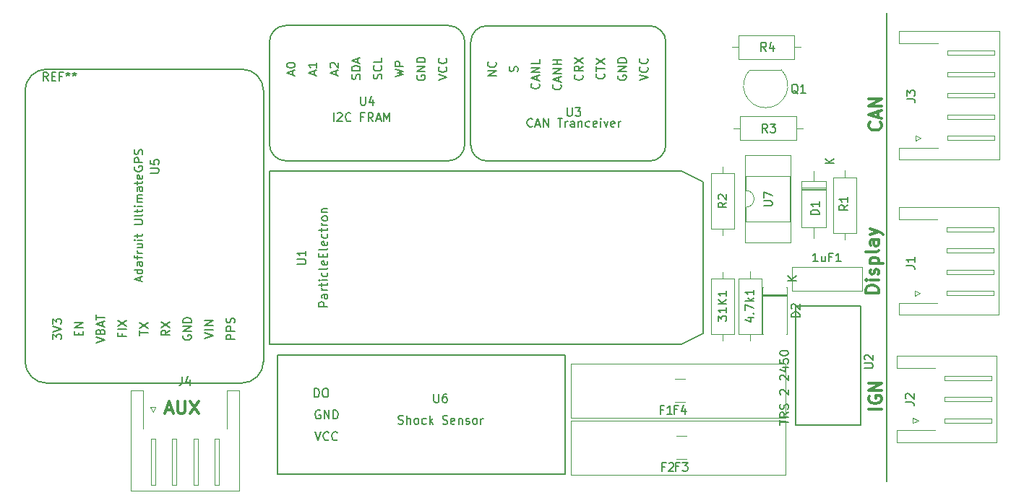
<source format=gbr>
%TF.GenerationSoftware,KiCad,Pcbnew,(5.0.2)-1*%
%TF.CreationDate,2019-09-06T13:10:14+02:00*%
%TF.ProjectId,Connected-OldtimerHardware,436f6e6e-6563-4746-9564-2d4f6c647469,rev?*%
%TF.SameCoordinates,Original*%
%TF.FileFunction,Legend,Top*%
%TF.FilePolarity,Positive*%
%FSLAX46Y46*%
G04 Gerber Fmt 4.6, Leading zero omitted, Abs format (unit mm)*
G04 Created by KiCad (PCBNEW (5.0.2)-1) date 06/09/2019 13:10:14*
%MOMM*%
%LPD*%
G01*
G04 APERTURE LIST*
%ADD10C,0.300000*%
%ADD11C,0.200000*%
%ADD12C,0.150000*%
%ADD13C,0.120000*%
G04 APERTURE END LIST*
D10*
X193803571Y-110260714D02*
X192303571Y-110260714D01*
X192375000Y-108760714D02*
X192303571Y-108903571D01*
X192303571Y-109117857D01*
X192375000Y-109332142D01*
X192517857Y-109475000D01*
X192660714Y-109546428D01*
X192946428Y-109617857D01*
X193160714Y-109617857D01*
X193446428Y-109546428D01*
X193589285Y-109475000D01*
X193732142Y-109332142D01*
X193803571Y-109117857D01*
X193803571Y-108975000D01*
X193732142Y-108760714D01*
X193660714Y-108689285D01*
X193160714Y-108689285D01*
X193160714Y-108975000D01*
X193803571Y-108046428D02*
X192303571Y-108046428D01*
X193803571Y-107189285D01*
X192303571Y-107189285D01*
X193453571Y-96603571D02*
X191953571Y-96603571D01*
X191953571Y-96246428D01*
X192025000Y-96032142D01*
X192167857Y-95889285D01*
X192310714Y-95817857D01*
X192596428Y-95746428D01*
X192810714Y-95746428D01*
X193096428Y-95817857D01*
X193239285Y-95889285D01*
X193382142Y-96032142D01*
X193453571Y-96246428D01*
X193453571Y-96603571D01*
X193453571Y-95103571D02*
X192453571Y-95103571D01*
X191953571Y-95103571D02*
X192025000Y-95175000D01*
X192096428Y-95103571D01*
X192025000Y-95032142D01*
X191953571Y-95103571D01*
X192096428Y-95103571D01*
X193382142Y-94460714D02*
X193453571Y-94317857D01*
X193453571Y-94032142D01*
X193382142Y-93889285D01*
X193239285Y-93817857D01*
X193167857Y-93817857D01*
X193025000Y-93889285D01*
X192953571Y-94032142D01*
X192953571Y-94246428D01*
X192882142Y-94389285D01*
X192739285Y-94460714D01*
X192667857Y-94460714D01*
X192525000Y-94389285D01*
X192453571Y-94246428D01*
X192453571Y-94032142D01*
X192525000Y-93889285D01*
X192453571Y-93175000D02*
X193953571Y-93175000D01*
X192525000Y-93175000D02*
X192453571Y-93032142D01*
X192453571Y-92746428D01*
X192525000Y-92603571D01*
X192596428Y-92532142D01*
X192739285Y-92460714D01*
X193167857Y-92460714D01*
X193310714Y-92532142D01*
X193382142Y-92603571D01*
X193453571Y-92746428D01*
X193453571Y-93032142D01*
X193382142Y-93175000D01*
X193453571Y-91603571D02*
X193382142Y-91746428D01*
X193239285Y-91817857D01*
X191953571Y-91817857D01*
X193453571Y-90389285D02*
X192667857Y-90389285D01*
X192525000Y-90460714D01*
X192453571Y-90603571D01*
X192453571Y-90889285D01*
X192525000Y-91032142D01*
X193382142Y-90389285D02*
X193453571Y-90532142D01*
X193453571Y-90889285D01*
X193382142Y-91032142D01*
X193239285Y-91103571D01*
X193096428Y-91103571D01*
X192953571Y-91032142D01*
X192882142Y-90889285D01*
X192882142Y-90532142D01*
X192810714Y-90389285D01*
X192453571Y-89817857D02*
X193453571Y-89460714D01*
X192453571Y-89103571D02*
X193453571Y-89460714D01*
X193810714Y-89603571D01*
X193882142Y-89675000D01*
X193953571Y-89817857D01*
X193660714Y-76614285D02*
X193732142Y-76685714D01*
X193803571Y-76900000D01*
X193803571Y-77042857D01*
X193732142Y-77257142D01*
X193589285Y-77400000D01*
X193446428Y-77471428D01*
X193160714Y-77542857D01*
X192946428Y-77542857D01*
X192660714Y-77471428D01*
X192517857Y-77400000D01*
X192375000Y-77257142D01*
X192303571Y-77042857D01*
X192303571Y-76900000D01*
X192375000Y-76685714D01*
X192446428Y-76614285D01*
X193375000Y-76042857D02*
X193375000Y-75328571D01*
X193803571Y-76185714D02*
X192303571Y-75685714D01*
X193803571Y-75185714D01*
X193803571Y-74685714D02*
X192303571Y-74685714D01*
X193803571Y-73828571D01*
X192303571Y-73828571D01*
X109992857Y-110375000D02*
X110707142Y-110375000D01*
X109850000Y-110803571D02*
X110350000Y-109303571D01*
X110850000Y-110803571D01*
X111350000Y-109303571D02*
X111350000Y-110517857D01*
X111421428Y-110660714D01*
X111492857Y-110732142D01*
X111635714Y-110803571D01*
X111921428Y-110803571D01*
X112064285Y-110732142D01*
X112135714Y-110660714D01*
X112207142Y-110517857D01*
X112207142Y-109303571D01*
X112778571Y-109303571D02*
X113778571Y-110803571D01*
X113778571Y-109303571D02*
X112778571Y-110803571D01*
D11*
X194400000Y-63750000D02*
X194400000Y-118750000D01*
D12*
X168537201Y-79253019D02*
X168537201Y-67188019D01*
X168537201Y-79253019D02*
G75*
G02X166632201Y-81158019I-1905000J0D01*
G01*
X147582201Y-81158019D02*
X166632201Y-81158019D01*
X145677201Y-79253019D02*
X145677201Y-67188019D01*
X147582201Y-81158019D02*
G75*
G02X145677201Y-79253019I0J1905000D01*
G01*
X145677201Y-67188019D02*
G75*
G02X147582201Y-65283019I1905000J0D01*
G01*
X166632201Y-65283019D02*
G75*
G02X168537201Y-67188019I0J-1905000D01*
G01*
X147582201Y-65283019D02*
X166632201Y-65283019D01*
D13*
X207610000Y-73450000D02*
X207610000Y-81010000D01*
X207610000Y-81010000D02*
X195890000Y-81010000D01*
X195890000Y-81010000D02*
X195890000Y-79590000D01*
X195890000Y-79590000D02*
X200390000Y-79590000D01*
X207610000Y-73450000D02*
X207610000Y-65890000D01*
X207610000Y-65890000D02*
X195890000Y-65890000D01*
X195890000Y-65890000D02*
X195890000Y-67310000D01*
X195890000Y-67310000D02*
X200390000Y-67310000D01*
X201500000Y-78700000D02*
X207000000Y-78700000D01*
X207000000Y-78700000D02*
X207000000Y-78200000D01*
X207000000Y-78200000D02*
X201500000Y-78200000D01*
X201500000Y-78200000D02*
X201500000Y-78700000D01*
X201500000Y-76200000D02*
X207000000Y-76200000D01*
X207000000Y-76200000D02*
X207000000Y-75700000D01*
X207000000Y-75700000D02*
X201500000Y-75700000D01*
X201500000Y-75700000D02*
X201500000Y-76200000D01*
X201500000Y-73700000D02*
X207000000Y-73700000D01*
X207000000Y-73700000D02*
X207000000Y-73200000D01*
X207000000Y-73200000D02*
X201500000Y-73200000D01*
X201500000Y-73200000D02*
X201500000Y-73700000D01*
X201500000Y-71200000D02*
X207000000Y-71200000D01*
X207000000Y-71200000D02*
X207000000Y-70700000D01*
X207000000Y-70700000D02*
X201500000Y-70700000D01*
X201500000Y-70700000D02*
X201500000Y-71200000D01*
X201500000Y-68700000D02*
X207000000Y-68700000D01*
X207000000Y-68700000D02*
X207000000Y-68200000D01*
X207000000Y-68200000D02*
X201500000Y-68200000D01*
X201500000Y-68200000D02*
X201500000Y-68700000D01*
X198400000Y-78450000D02*
X197800000Y-78750000D01*
X197800000Y-78750000D02*
X197800000Y-78150000D01*
X197800000Y-78150000D02*
X198400000Y-78450000D01*
D12*
X156735000Y-103950000D02*
X123080000Y-103950000D01*
X156735000Y-117920000D02*
X156735000Y-103950000D01*
X123080000Y-117920000D02*
X156735000Y-117920000D01*
X123080000Y-110935000D02*
X123080000Y-117920000D01*
X123080000Y-110935000D02*
X123080000Y-103950000D01*
D13*
X182528589Y-117941319D02*
X157428589Y-117941319D01*
X182528589Y-117941319D02*
X182528589Y-111641319D01*
X157428589Y-111641319D02*
X157428589Y-117941319D01*
X157428589Y-111641319D02*
X182528589Y-111641319D01*
D12*
X96000000Y-107200000D02*
X117590000Y-107200000D01*
X96000000Y-107200000D02*
G75*
G02X93460000Y-104660000I0J2540000D01*
G01*
X121400000Y-104660000D02*
G75*
G02X118860000Y-107200000I-2540000J0D01*
G01*
X117590000Y-107200000D02*
X118860000Y-107200000D01*
X121400000Y-104660000D02*
X121400000Y-81800000D01*
X118860000Y-70370000D02*
X96000000Y-70370000D01*
X93460000Y-72910000D02*
G75*
G02X96000000Y-70370000I2540000J0D01*
G01*
X118860000Y-70370000D02*
G75*
G02X121400000Y-72910000I0J-2540000D01*
G01*
X121400000Y-81800000D02*
X121400000Y-72910000D01*
X93460000Y-104660000D02*
X93460000Y-72910000D01*
X122100000Y-102660000D02*
X122100000Y-82340000D01*
X122100000Y-102660000D02*
X170360000Y-102660000D01*
X122100000Y-82340000D02*
X170360000Y-82340000D01*
X172900000Y-101390000D02*
X172900000Y-83610000D01*
X170360000Y-102660000D02*
X172900000Y-101390000D01*
X170360000Y-82340000D02*
X172900000Y-83610000D01*
D13*
X187323981Y-83522352D02*
X184383981Y-83522352D01*
X184383981Y-83522352D02*
X184383981Y-88962352D01*
X184383981Y-88962352D02*
X187323981Y-88962352D01*
X187323981Y-88962352D02*
X187323981Y-83522352D01*
X185853981Y-82302352D02*
X185853981Y-83522352D01*
X185853981Y-90182352D02*
X185853981Y-88962352D01*
X187323981Y-84422352D02*
X184383981Y-84422352D01*
X187323981Y-84542352D02*
X184383981Y-84542352D01*
X187323981Y-84302352D02*
X184383981Y-84302352D01*
X157450000Y-104950000D02*
X182550000Y-104950000D01*
X157450000Y-104950000D02*
X157450000Y-111250000D01*
X182550000Y-111250000D02*
X182550000Y-104950000D01*
X182550000Y-111250000D02*
X157450000Y-111250000D01*
X170993153Y-116151319D02*
X169789025Y-116151319D01*
X170993153Y-113431319D02*
X169789025Y-113431319D01*
X182030000Y-70450000D02*
X178430000Y-70450000D01*
X182068478Y-70461522D02*
G75*
G02X180230000Y-74900000I-1838478J-1838478D01*
G01*
X178391522Y-70461522D02*
G75*
G03X180230000Y-74900000I1838478J-1838478D01*
G01*
X189500000Y-82280000D02*
X189500000Y-83050000D01*
X189500000Y-90360000D02*
X189500000Y-89590000D01*
X188130000Y-83050000D02*
X188130000Y-89590000D01*
X190870000Y-83050000D02*
X188130000Y-83050000D01*
X190870000Y-89590000D02*
X190870000Y-83050000D01*
X188130000Y-89590000D02*
X190870000Y-89590000D01*
X173830000Y-89090000D02*
X176570000Y-89090000D01*
X176570000Y-89090000D02*
X176570000Y-82550000D01*
X176570000Y-82550000D02*
X173830000Y-82550000D01*
X173830000Y-82550000D02*
X173830000Y-89090000D01*
X175200000Y-89860000D02*
X175200000Y-89090000D01*
X175200000Y-81780000D02*
X175200000Y-82550000D01*
X183790000Y-78670000D02*
X183790000Y-75930000D01*
X183790000Y-75930000D02*
X177250000Y-75930000D01*
X177250000Y-75930000D02*
X177250000Y-78670000D01*
X177250000Y-78670000D02*
X183790000Y-78670000D01*
X184560000Y-77300000D02*
X183790000Y-77300000D01*
X176480000Y-77300000D02*
X177250000Y-77300000D01*
X176280000Y-67800000D02*
X177050000Y-67800000D01*
X184360000Y-67800000D02*
X183590000Y-67800000D01*
X177050000Y-69170000D02*
X183590000Y-69170000D01*
X177050000Y-66430000D02*
X177050000Y-69170000D01*
X183590000Y-66430000D02*
X177050000Y-66430000D01*
X183590000Y-69170000D02*
X183590000Y-66430000D01*
D12*
X191335000Y-105165000D02*
X191335000Y-98180000D01*
X191335000Y-98180000D02*
X183715000Y-98180000D01*
X183715000Y-98180000D02*
X183715000Y-112150000D01*
X183715000Y-112150000D02*
X191335000Y-112150000D01*
X191335000Y-112150000D02*
X191335000Y-105165000D01*
X143065000Y-65255000D02*
X124015000Y-65255000D01*
X122110000Y-67160000D02*
X122110000Y-79225000D01*
X144970000Y-79225000D02*
X144970000Y-67160000D01*
X143065000Y-65255000D02*
G75*
G02X144970000Y-67160000I0J-1905000D01*
G01*
X122110000Y-67160000D02*
G75*
G02X124015000Y-65255000I1905000J0D01*
G01*
X124015000Y-81130000D02*
G75*
G02X122110000Y-79225000I0J1905000D01*
G01*
X144970000Y-79225000D02*
G75*
G02X143065000Y-81130000I-1905000J0D01*
G01*
X143065000Y-81130000D02*
X124015000Y-81130000D01*
D13*
X177870000Y-84590000D02*
G75*
G02X177870000Y-86590000I0J-1000000D01*
G01*
X177870000Y-86590000D02*
X177870000Y-88240000D01*
X177870000Y-88240000D02*
X183070000Y-88240000D01*
X183070000Y-88240000D02*
X183070000Y-82940000D01*
X183070000Y-82940000D02*
X177870000Y-82940000D01*
X177870000Y-82940000D02*
X177870000Y-84590000D01*
X177810000Y-90730000D02*
X183130000Y-90730000D01*
X183130000Y-90730000D02*
X183130000Y-80450000D01*
X183130000Y-80450000D02*
X177810000Y-80450000D01*
X177810000Y-80450000D02*
X177810000Y-90730000D01*
X170814564Y-109460000D02*
X169610436Y-109460000D01*
X170814564Y-106740000D02*
X169610436Y-106740000D01*
X183280000Y-93630000D02*
X191520000Y-93630000D01*
X183280000Y-96370000D02*
X191520000Y-96370000D01*
X183280000Y-93630000D02*
X183280000Y-96370000D01*
X191520000Y-93630000D02*
X191520000Y-96370000D01*
X175200000Y-94180000D02*
X175200000Y-94950000D01*
X175200000Y-102260000D02*
X175200000Y-101490000D01*
X173830000Y-94950000D02*
X173830000Y-101490000D01*
X176570000Y-94950000D02*
X173830000Y-94950000D01*
X176570000Y-101490000D02*
X176570000Y-94950000D01*
X173830000Y-101490000D02*
X176570000Y-101490000D01*
X179770000Y-94910000D02*
X177030000Y-94910000D01*
X177030000Y-94910000D02*
X177030000Y-101450000D01*
X177030000Y-101450000D02*
X179770000Y-101450000D01*
X179770000Y-101450000D02*
X179770000Y-94910000D01*
X178400000Y-94140000D02*
X178400000Y-94910000D01*
X178400000Y-102220000D02*
X178400000Y-101450000D01*
X182640000Y-95990000D02*
X182770000Y-95990000D01*
X182770000Y-95990000D02*
X182770000Y-101430000D01*
X182770000Y-101430000D02*
X182640000Y-101430000D01*
X179960000Y-95990000D02*
X179830000Y-95990000D01*
X179830000Y-95990000D02*
X179830000Y-101430000D01*
X179830000Y-101430000D02*
X179960000Y-101430000D01*
X182770000Y-96890000D02*
X179830000Y-96890000D01*
X182770000Y-97010000D02*
X179830000Y-97010000D01*
X182770000Y-96770000D02*
X179830000Y-96770000D01*
X207560000Y-92900000D02*
X207560000Y-99210000D01*
X207560000Y-99210000D02*
X195840000Y-99210000D01*
X195840000Y-99210000D02*
X195840000Y-97790000D01*
X195840000Y-97790000D02*
X200340000Y-97790000D01*
X207560000Y-92900000D02*
X207560000Y-86590000D01*
X207560000Y-86590000D02*
X195840000Y-86590000D01*
X195840000Y-86590000D02*
X195840000Y-88010000D01*
X195840000Y-88010000D02*
X200340000Y-88010000D01*
X201450000Y-96900000D02*
X206950000Y-96900000D01*
X206950000Y-96900000D02*
X206950000Y-96400000D01*
X206950000Y-96400000D02*
X201450000Y-96400000D01*
X201450000Y-96400000D02*
X201450000Y-96900000D01*
X201450000Y-94400000D02*
X206950000Y-94400000D01*
X206950000Y-94400000D02*
X206950000Y-93900000D01*
X206950000Y-93900000D02*
X201450000Y-93900000D01*
X201450000Y-93900000D02*
X201450000Y-94400000D01*
X201450000Y-91900000D02*
X206950000Y-91900000D01*
X206950000Y-91900000D02*
X206950000Y-91400000D01*
X206950000Y-91400000D02*
X201450000Y-91400000D01*
X201450000Y-91400000D02*
X201450000Y-91900000D01*
X201450000Y-89400000D02*
X206950000Y-89400000D01*
X206950000Y-89400000D02*
X206950000Y-88900000D01*
X206950000Y-88900000D02*
X201450000Y-88900000D01*
X201450000Y-88900000D02*
X201450000Y-89400000D01*
X198350000Y-96650000D02*
X197750000Y-96950000D01*
X197750000Y-96950000D02*
X197750000Y-96350000D01*
X197750000Y-96350000D02*
X198350000Y-96650000D01*
X207310000Y-109100000D02*
X207310000Y-114160000D01*
X207310000Y-114160000D02*
X195590000Y-114160000D01*
X195590000Y-114160000D02*
X195590000Y-112740000D01*
X195590000Y-112740000D02*
X200090000Y-112740000D01*
X207310000Y-109100000D02*
X207310000Y-104040000D01*
X207310000Y-104040000D02*
X195590000Y-104040000D01*
X195590000Y-104040000D02*
X195590000Y-105460000D01*
X195590000Y-105460000D02*
X200090000Y-105460000D01*
X201200000Y-111850000D02*
X206700000Y-111850000D01*
X206700000Y-111850000D02*
X206700000Y-111350000D01*
X206700000Y-111350000D02*
X201200000Y-111350000D01*
X201200000Y-111350000D02*
X201200000Y-111850000D01*
X201200000Y-109350000D02*
X206700000Y-109350000D01*
X206700000Y-109350000D02*
X206700000Y-108850000D01*
X206700000Y-108850000D02*
X201200000Y-108850000D01*
X201200000Y-108850000D02*
X201200000Y-109350000D01*
X201200000Y-106850000D02*
X206700000Y-106850000D01*
X206700000Y-106850000D02*
X206700000Y-106350000D01*
X206700000Y-106350000D02*
X201200000Y-106350000D01*
X201200000Y-106350000D02*
X201200000Y-106850000D01*
X198100000Y-111600000D02*
X197500000Y-111900000D01*
X197500000Y-111900000D02*
X197500000Y-111300000D01*
X197500000Y-111300000D02*
X198100000Y-111600000D01*
X112200000Y-119810000D02*
X105890000Y-119810000D01*
X105890000Y-119810000D02*
X105890000Y-108090000D01*
X105890000Y-108090000D02*
X107310000Y-108090000D01*
X107310000Y-108090000D02*
X107310000Y-112590000D01*
X112200000Y-119810000D02*
X118510000Y-119810000D01*
X118510000Y-119810000D02*
X118510000Y-108090000D01*
X118510000Y-108090000D02*
X117090000Y-108090000D01*
X117090000Y-108090000D02*
X117090000Y-112590000D01*
X108200000Y-113700000D02*
X108200000Y-119200000D01*
X108200000Y-119200000D02*
X108700000Y-119200000D01*
X108700000Y-119200000D02*
X108700000Y-113700000D01*
X108700000Y-113700000D02*
X108200000Y-113700000D01*
X110700000Y-113700000D02*
X110700000Y-119200000D01*
X110700000Y-119200000D02*
X111200000Y-119200000D01*
X111200000Y-119200000D02*
X111200000Y-113700000D01*
X111200000Y-113700000D02*
X110700000Y-113700000D01*
X113200000Y-113700000D02*
X113200000Y-119200000D01*
X113200000Y-119200000D02*
X113700000Y-119200000D01*
X113700000Y-119200000D02*
X113700000Y-113700000D01*
X113700000Y-113700000D02*
X113200000Y-113700000D01*
X115700000Y-113700000D02*
X115700000Y-119200000D01*
X115700000Y-119200000D02*
X116200000Y-119200000D01*
X116200000Y-119200000D02*
X116200000Y-113700000D01*
X116200000Y-113700000D02*
X115700000Y-113700000D01*
X108450000Y-110600000D02*
X108150000Y-110000000D01*
X108150000Y-110000000D02*
X108750000Y-110000000D01*
X108750000Y-110000000D02*
X108450000Y-110600000D01*
D12*
X156980296Y-74895399D02*
X156980296Y-75704923D01*
X157027915Y-75800161D01*
X157075534Y-75847780D01*
X157170772Y-75895399D01*
X157361248Y-75895399D01*
X157456486Y-75847780D01*
X157504105Y-75800161D01*
X157551724Y-75704923D01*
X157551724Y-74895399D01*
X157932677Y-74895399D02*
X158551724Y-74895399D01*
X158218391Y-75276352D01*
X158361248Y-75276352D01*
X158456486Y-75323971D01*
X158504105Y-75371590D01*
X158551724Y-75466828D01*
X158551724Y-75704923D01*
X158504105Y-75800161D01*
X158456486Y-75847780D01*
X158361248Y-75895399D01*
X158075534Y-75895399D01*
X157980296Y-75847780D01*
X157932677Y-75800161D01*
X148669581Y-71148733D02*
X147669581Y-71148733D01*
X148669581Y-70577304D01*
X147669581Y-70577304D01*
X148574343Y-69529685D02*
X148621962Y-69577304D01*
X148669581Y-69720161D01*
X148669581Y-69815399D01*
X148621962Y-69958257D01*
X148526724Y-70053495D01*
X148431486Y-70101114D01*
X148241010Y-70148733D01*
X148098153Y-70148733D01*
X147907677Y-70101114D01*
X147812439Y-70053495D01*
X147717201Y-69958257D01*
X147669581Y-69815399D01*
X147669581Y-69720161D01*
X147717201Y-69577304D01*
X147764820Y-69529685D01*
X151161962Y-70648733D02*
X151209581Y-70505876D01*
X151209581Y-70267780D01*
X151161962Y-70172542D01*
X151114343Y-70124923D01*
X151019105Y-70077304D01*
X150923867Y-70077304D01*
X150828629Y-70124923D01*
X150781010Y-70172542D01*
X150733391Y-70267780D01*
X150685772Y-70458257D01*
X150638153Y-70553495D01*
X150590534Y-70601114D01*
X150495296Y-70648733D01*
X150400058Y-70648733D01*
X150304820Y-70601114D01*
X150257201Y-70553495D01*
X150209581Y-70458257D01*
X150209581Y-70220161D01*
X150257201Y-70077304D01*
X153654343Y-72045638D02*
X153701962Y-72093257D01*
X153749581Y-72236114D01*
X153749581Y-72331352D01*
X153701962Y-72474209D01*
X153606724Y-72569447D01*
X153511486Y-72617066D01*
X153321010Y-72664685D01*
X153178153Y-72664685D01*
X152987677Y-72617066D01*
X152892439Y-72569447D01*
X152797201Y-72474209D01*
X152749581Y-72331352D01*
X152749581Y-72236114D01*
X152797201Y-72093257D01*
X152844820Y-72045638D01*
X153463867Y-71664685D02*
X153463867Y-71188495D01*
X153749581Y-71759923D02*
X152749581Y-71426590D01*
X153749581Y-71093257D01*
X153749581Y-70759923D02*
X152749581Y-70759923D01*
X153749581Y-70188495D01*
X152749581Y-70188495D01*
X153749581Y-69236114D02*
X153749581Y-69712304D01*
X152749581Y-69712304D01*
X156194343Y-72164685D02*
X156241962Y-72212304D01*
X156289581Y-72355161D01*
X156289581Y-72450399D01*
X156241962Y-72593257D01*
X156146724Y-72688495D01*
X156051486Y-72736114D01*
X155861010Y-72783733D01*
X155718153Y-72783733D01*
X155527677Y-72736114D01*
X155432439Y-72688495D01*
X155337201Y-72593257D01*
X155289581Y-72450399D01*
X155289581Y-72355161D01*
X155337201Y-72212304D01*
X155384820Y-72164685D01*
X156003867Y-71783733D02*
X156003867Y-71307542D01*
X156289581Y-71878971D02*
X155289581Y-71545638D01*
X156289581Y-71212304D01*
X156289581Y-70878971D02*
X155289581Y-70878971D01*
X156289581Y-70307542D01*
X155289581Y-70307542D01*
X156289581Y-69831352D02*
X155289581Y-69831352D01*
X155765772Y-69831352D02*
X155765772Y-69259923D01*
X156289581Y-69259923D02*
X155289581Y-69259923D01*
X158734343Y-71029685D02*
X158781962Y-71077304D01*
X158829581Y-71220161D01*
X158829581Y-71315399D01*
X158781962Y-71458257D01*
X158686724Y-71553495D01*
X158591486Y-71601114D01*
X158401010Y-71648733D01*
X158258153Y-71648733D01*
X158067677Y-71601114D01*
X157972439Y-71553495D01*
X157877201Y-71458257D01*
X157829581Y-71315399D01*
X157829581Y-71220161D01*
X157877201Y-71077304D01*
X157924820Y-71029685D01*
X158829581Y-70029685D02*
X158353391Y-70363019D01*
X158829581Y-70601114D02*
X157829581Y-70601114D01*
X157829581Y-70220161D01*
X157877201Y-70124923D01*
X157924820Y-70077304D01*
X158020058Y-70029685D01*
X158162915Y-70029685D01*
X158258153Y-70077304D01*
X158305772Y-70124923D01*
X158353391Y-70220161D01*
X158353391Y-70601114D01*
X157829581Y-69696352D02*
X158829581Y-69029685D01*
X157829581Y-69029685D02*
X158829581Y-69696352D01*
X161274343Y-70910638D02*
X161321962Y-70958257D01*
X161369581Y-71101114D01*
X161369581Y-71196352D01*
X161321962Y-71339209D01*
X161226724Y-71434447D01*
X161131486Y-71482066D01*
X160941010Y-71529685D01*
X160798153Y-71529685D01*
X160607677Y-71482066D01*
X160512439Y-71434447D01*
X160417201Y-71339209D01*
X160369581Y-71196352D01*
X160369581Y-71101114D01*
X160417201Y-70958257D01*
X160464820Y-70910638D01*
X160369581Y-70624923D02*
X160369581Y-70053495D01*
X161369581Y-70339209D02*
X160369581Y-70339209D01*
X160369581Y-69815399D02*
X161369581Y-69148733D01*
X160369581Y-69148733D02*
X161369581Y-69815399D01*
X162957201Y-71124923D02*
X162909581Y-71220161D01*
X162909581Y-71363019D01*
X162957201Y-71505876D01*
X163052439Y-71601114D01*
X163147677Y-71648733D01*
X163338153Y-71696352D01*
X163481010Y-71696352D01*
X163671486Y-71648733D01*
X163766724Y-71601114D01*
X163861962Y-71505876D01*
X163909581Y-71363019D01*
X163909581Y-71267780D01*
X163861962Y-71124923D01*
X163814343Y-71077304D01*
X163481010Y-71077304D01*
X163481010Y-71267780D01*
X163909581Y-70648733D02*
X162909581Y-70648733D01*
X163909581Y-70077304D01*
X162909581Y-70077304D01*
X163909581Y-69601114D02*
X162909581Y-69601114D01*
X162909581Y-69363019D01*
X162957201Y-69220161D01*
X163052439Y-69124923D01*
X163147677Y-69077304D01*
X163338153Y-69029685D01*
X163481010Y-69029685D01*
X163671486Y-69077304D01*
X163766724Y-69124923D01*
X163861962Y-69220161D01*
X163909581Y-69363019D01*
X163909581Y-69601114D01*
X165449581Y-71696352D02*
X166449581Y-71363019D01*
X165449581Y-71029685D01*
X166354343Y-70124923D02*
X166401962Y-70172542D01*
X166449581Y-70315399D01*
X166449581Y-70410638D01*
X166401962Y-70553495D01*
X166306724Y-70648733D01*
X166211486Y-70696352D01*
X166021010Y-70743971D01*
X165878153Y-70743971D01*
X165687677Y-70696352D01*
X165592439Y-70648733D01*
X165497201Y-70553495D01*
X165449581Y-70410638D01*
X165449581Y-70315399D01*
X165497201Y-70172542D01*
X165544820Y-70124923D01*
X166354343Y-69124923D02*
X166401962Y-69172542D01*
X166449581Y-69315399D01*
X166449581Y-69410638D01*
X166401962Y-69553495D01*
X166306724Y-69648733D01*
X166211486Y-69696352D01*
X166021010Y-69743971D01*
X165878153Y-69743971D01*
X165687677Y-69696352D01*
X165592439Y-69648733D01*
X165497201Y-69553495D01*
X165449581Y-69410638D01*
X165449581Y-69315399D01*
X165497201Y-69172542D01*
X165544820Y-69124923D01*
X152908867Y-77070161D02*
X152861248Y-77117780D01*
X152718391Y-77165399D01*
X152623153Y-77165399D01*
X152480296Y-77117780D01*
X152385058Y-77022542D01*
X152337439Y-76927304D01*
X152289820Y-76736828D01*
X152289820Y-76593971D01*
X152337439Y-76403495D01*
X152385058Y-76308257D01*
X152480296Y-76213019D01*
X152623153Y-76165399D01*
X152718391Y-76165399D01*
X152861248Y-76213019D01*
X152908867Y-76260638D01*
X153289820Y-76879685D02*
X153766010Y-76879685D01*
X153194581Y-77165399D02*
X153527915Y-76165399D01*
X153861248Y-77165399D01*
X154194581Y-77165399D02*
X154194581Y-76165399D01*
X154766010Y-77165399D01*
X154766010Y-76165399D01*
X155861248Y-76165399D02*
X156432677Y-76165399D01*
X156146962Y-77165399D02*
X156146962Y-76165399D01*
X156766010Y-77165399D02*
X156766010Y-76498733D01*
X156766010Y-76689209D02*
X156813629Y-76593971D01*
X156861248Y-76546352D01*
X156956486Y-76498733D01*
X157051724Y-76498733D01*
X157813629Y-77165399D02*
X157813629Y-76641590D01*
X157766010Y-76546352D01*
X157670772Y-76498733D01*
X157480296Y-76498733D01*
X157385058Y-76546352D01*
X157813629Y-77117780D02*
X157718391Y-77165399D01*
X157480296Y-77165399D01*
X157385058Y-77117780D01*
X157337439Y-77022542D01*
X157337439Y-76927304D01*
X157385058Y-76832066D01*
X157480296Y-76784447D01*
X157718391Y-76784447D01*
X157813629Y-76736828D01*
X158289820Y-76498733D02*
X158289820Y-77165399D01*
X158289820Y-76593971D02*
X158337439Y-76546352D01*
X158432677Y-76498733D01*
X158575534Y-76498733D01*
X158670772Y-76546352D01*
X158718391Y-76641590D01*
X158718391Y-77165399D01*
X159623153Y-77117780D02*
X159527915Y-77165399D01*
X159337439Y-77165399D01*
X159242201Y-77117780D01*
X159194581Y-77070161D01*
X159146962Y-76974923D01*
X159146962Y-76689209D01*
X159194581Y-76593971D01*
X159242201Y-76546352D01*
X159337439Y-76498733D01*
X159527915Y-76498733D01*
X159623153Y-76546352D01*
X160432677Y-77117780D02*
X160337439Y-77165399D01*
X160146962Y-77165399D01*
X160051724Y-77117780D01*
X160004105Y-77022542D01*
X160004105Y-76641590D01*
X160051724Y-76546352D01*
X160146962Y-76498733D01*
X160337439Y-76498733D01*
X160432677Y-76546352D01*
X160480296Y-76641590D01*
X160480296Y-76736828D01*
X160004105Y-76832066D01*
X160908867Y-77165399D02*
X160908867Y-76498733D01*
X160908867Y-76165399D02*
X160861248Y-76213019D01*
X160908867Y-76260638D01*
X160956486Y-76213019D01*
X160908867Y-76165399D01*
X160908867Y-76260638D01*
X161289820Y-76498733D02*
X161527915Y-77165399D01*
X161766010Y-76498733D01*
X162527915Y-77117780D02*
X162432677Y-77165399D01*
X162242201Y-77165399D01*
X162146962Y-77117780D01*
X162099343Y-77022542D01*
X162099343Y-76641590D01*
X162146962Y-76546352D01*
X162242201Y-76498733D01*
X162432677Y-76498733D01*
X162527915Y-76546352D01*
X162575534Y-76641590D01*
X162575534Y-76736828D01*
X162099343Y-76832066D01*
X163004105Y-77165399D02*
X163004105Y-76498733D01*
X163004105Y-76689209D02*
X163051724Y-76593971D01*
X163099343Y-76546352D01*
X163194581Y-76498733D01*
X163289820Y-76498733D01*
X196752380Y-73883333D02*
X197466666Y-73883333D01*
X197609523Y-73930952D01*
X197704761Y-74026190D01*
X197752380Y-74169047D01*
X197752380Y-74264285D01*
X196752380Y-73502380D02*
X196752380Y-72883333D01*
X197133333Y-73216666D01*
X197133333Y-73073809D01*
X197180952Y-72978571D01*
X197228571Y-72930952D01*
X197323809Y-72883333D01*
X197561904Y-72883333D01*
X197657142Y-72930952D01*
X197704761Y-72978571D01*
X197752380Y-73073809D01*
X197752380Y-73359523D01*
X197704761Y-73454761D01*
X197657142Y-73502380D01*
X141368095Y-108482380D02*
X141368095Y-109291904D01*
X141415714Y-109387142D01*
X141463333Y-109434761D01*
X141558571Y-109482380D01*
X141749047Y-109482380D01*
X141844285Y-109434761D01*
X141891904Y-109387142D01*
X141939523Y-109291904D01*
X141939523Y-108482380D01*
X142844285Y-108482380D02*
X142653809Y-108482380D01*
X142558571Y-108530000D01*
X142510952Y-108577619D01*
X142415714Y-108720476D01*
X142368095Y-108910952D01*
X142368095Y-109291904D01*
X142415714Y-109387142D01*
X142463333Y-109434761D01*
X142558571Y-109482380D01*
X142749047Y-109482380D01*
X142844285Y-109434761D01*
X142891904Y-109387142D01*
X142939523Y-109291904D01*
X142939523Y-109053809D01*
X142891904Y-108958571D01*
X142844285Y-108910952D01*
X142749047Y-108863333D01*
X142558571Y-108863333D01*
X142463333Y-108910952D01*
X142415714Y-108958571D01*
X142368095Y-109053809D01*
X137201428Y-111974761D02*
X137344285Y-112022380D01*
X137582380Y-112022380D01*
X137677619Y-111974761D01*
X137725238Y-111927142D01*
X137772857Y-111831904D01*
X137772857Y-111736666D01*
X137725238Y-111641428D01*
X137677619Y-111593809D01*
X137582380Y-111546190D01*
X137391904Y-111498571D01*
X137296666Y-111450952D01*
X137249047Y-111403333D01*
X137201428Y-111308095D01*
X137201428Y-111212857D01*
X137249047Y-111117619D01*
X137296666Y-111070000D01*
X137391904Y-111022380D01*
X137630000Y-111022380D01*
X137772857Y-111070000D01*
X138201428Y-112022380D02*
X138201428Y-111022380D01*
X138630000Y-112022380D02*
X138630000Y-111498571D01*
X138582380Y-111403333D01*
X138487142Y-111355714D01*
X138344285Y-111355714D01*
X138249047Y-111403333D01*
X138201428Y-111450952D01*
X139249047Y-112022380D02*
X139153809Y-111974761D01*
X139106190Y-111927142D01*
X139058571Y-111831904D01*
X139058571Y-111546190D01*
X139106190Y-111450952D01*
X139153809Y-111403333D01*
X139249047Y-111355714D01*
X139391904Y-111355714D01*
X139487142Y-111403333D01*
X139534761Y-111450952D01*
X139582380Y-111546190D01*
X139582380Y-111831904D01*
X139534761Y-111927142D01*
X139487142Y-111974761D01*
X139391904Y-112022380D01*
X139249047Y-112022380D01*
X140439523Y-111974761D02*
X140344285Y-112022380D01*
X140153809Y-112022380D01*
X140058571Y-111974761D01*
X140010952Y-111927142D01*
X139963333Y-111831904D01*
X139963333Y-111546190D01*
X140010952Y-111450952D01*
X140058571Y-111403333D01*
X140153809Y-111355714D01*
X140344285Y-111355714D01*
X140439523Y-111403333D01*
X140868095Y-112022380D02*
X140868095Y-111022380D01*
X140963333Y-111641428D02*
X141249047Y-112022380D01*
X141249047Y-111355714D02*
X140868095Y-111736666D01*
X142391904Y-111974761D02*
X142534761Y-112022380D01*
X142772857Y-112022380D01*
X142868095Y-111974761D01*
X142915714Y-111927142D01*
X142963333Y-111831904D01*
X142963333Y-111736666D01*
X142915714Y-111641428D01*
X142868095Y-111593809D01*
X142772857Y-111546190D01*
X142582380Y-111498571D01*
X142487142Y-111450952D01*
X142439523Y-111403333D01*
X142391904Y-111308095D01*
X142391904Y-111212857D01*
X142439523Y-111117619D01*
X142487142Y-111070000D01*
X142582380Y-111022380D01*
X142820476Y-111022380D01*
X142963333Y-111070000D01*
X143772857Y-111974761D02*
X143677619Y-112022380D01*
X143487142Y-112022380D01*
X143391904Y-111974761D01*
X143344285Y-111879523D01*
X143344285Y-111498571D01*
X143391904Y-111403333D01*
X143487142Y-111355714D01*
X143677619Y-111355714D01*
X143772857Y-111403333D01*
X143820476Y-111498571D01*
X143820476Y-111593809D01*
X143344285Y-111689047D01*
X144249047Y-111355714D02*
X144249047Y-112022380D01*
X144249047Y-111450952D02*
X144296666Y-111403333D01*
X144391904Y-111355714D01*
X144534761Y-111355714D01*
X144630000Y-111403333D01*
X144677619Y-111498571D01*
X144677619Y-112022380D01*
X145106190Y-111974761D02*
X145201428Y-112022380D01*
X145391904Y-112022380D01*
X145487142Y-111974761D01*
X145534761Y-111879523D01*
X145534761Y-111831904D01*
X145487142Y-111736666D01*
X145391904Y-111689047D01*
X145249047Y-111689047D01*
X145153809Y-111641428D01*
X145106190Y-111546190D01*
X145106190Y-111498571D01*
X145153809Y-111403333D01*
X145249047Y-111355714D01*
X145391904Y-111355714D01*
X145487142Y-111403333D01*
X146106190Y-112022380D02*
X146010952Y-111974761D01*
X145963333Y-111927142D01*
X145915714Y-111831904D01*
X145915714Y-111546190D01*
X145963333Y-111450952D01*
X146010952Y-111403333D01*
X146106190Y-111355714D01*
X146249047Y-111355714D01*
X146344285Y-111403333D01*
X146391904Y-111450952D01*
X146439523Y-111546190D01*
X146439523Y-111831904D01*
X146391904Y-111927142D01*
X146344285Y-111974761D01*
X146249047Y-112022380D01*
X146106190Y-112022380D01*
X146868095Y-112022380D02*
X146868095Y-111355714D01*
X146868095Y-111546190D02*
X146915714Y-111450952D01*
X146963333Y-111403333D01*
X147058571Y-111355714D01*
X147153809Y-111355714D01*
X127461666Y-112927380D02*
X127795000Y-113927380D01*
X128128333Y-112927380D01*
X129033095Y-113832142D02*
X128985476Y-113879761D01*
X128842619Y-113927380D01*
X128747380Y-113927380D01*
X128604523Y-113879761D01*
X128509285Y-113784523D01*
X128461666Y-113689285D01*
X128414047Y-113498809D01*
X128414047Y-113355952D01*
X128461666Y-113165476D01*
X128509285Y-113070238D01*
X128604523Y-112975000D01*
X128747380Y-112927380D01*
X128842619Y-112927380D01*
X128985476Y-112975000D01*
X129033095Y-113022619D01*
X130033095Y-113832142D02*
X129985476Y-113879761D01*
X129842619Y-113927380D01*
X129747380Y-113927380D01*
X129604523Y-113879761D01*
X129509285Y-113784523D01*
X129461666Y-113689285D01*
X129414047Y-113498809D01*
X129414047Y-113355952D01*
X129461666Y-113165476D01*
X129509285Y-113070238D01*
X129604523Y-112975000D01*
X129747380Y-112927380D01*
X129842619Y-112927380D01*
X129985476Y-112975000D01*
X130033095Y-113022619D01*
X128033095Y-110435000D02*
X127937857Y-110387380D01*
X127795000Y-110387380D01*
X127652142Y-110435000D01*
X127556904Y-110530238D01*
X127509285Y-110625476D01*
X127461666Y-110815952D01*
X127461666Y-110958809D01*
X127509285Y-111149285D01*
X127556904Y-111244523D01*
X127652142Y-111339761D01*
X127795000Y-111387380D01*
X127890238Y-111387380D01*
X128033095Y-111339761D01*
X128080714Y-111292142D01*
X128080714Y-110958809D01*
X127890238Y-110958809D01*
X128509285Y-111387380D02*
X128509285Y-110387380D01*
X129080714Y-111387380D01*
X129080714Y-110387380D01*
X129556904Y-111387380D02*
X129556904Y-110387380D01*
X129795000Y-110387380D01*
X129937857Y-110435000D01*
X130033095Y-110530238D01*
X130080714Y-110625476D01*
X130128333Y-110815952D01*
X130128333Y-110958809D01*
X130080714Y-111149285D01*
X130033095Y-111244523D01*
X129937857Y-111339761D01*
X129795000Y-111387380D01*
X129556904Y-111387380D01*
X127374285Y-108847380D02*
X127374285Y-107847380D01*
X127612380Y-107847380D01*
X127755238Y-107895000D01*
X127850476Y-107990238D01*
X127898095Y-108085476D01*
X127945714Y-108275952D01*
X127945714Y-108418809D01*
X127898095Y-108609285D01*
X127850476Y-108704523D01*
X127755238Y-108799761D01*
X127612380Y-108847380D01*
X127374285Y-108847380D01*
X128564761Y-107847380D02*
X128755238Y-107847380D01*
X128850476Y-107895000D01*
X128945714Y-107990238D01*
X128993333Y-108180714D01*
X128993333Y-108514047D01*
X128945714Y-108704523D01*
X128850476Y-108799761D01*
X128755238Y-108847380D01*
X128564761Y-108847380D01*
X128469523Y-108799761D01*
X128374285Y-108704523D01*
X128326666Y-108514047D01*
X128326666Y-108180714D01*
X128374285Y-107990238D01*
X128469523Y-107895000D01*
X128564761Y-107847380D01*
X168416666Y-117028571D02*
X168083333Y-117028571D01*
X168083333Y-117552380D02*
X168083333Y-116552380D01*
X168559523Y-116552380D01*
X168892857Y-116647619D02*
X168940476Y-116600000D01*
X169035714Y-116552380D01*
X169273809Y-116552380D01*
X169369047Y-116600000D01*
X169416666Y-116647619D01*
X169464285Y-116742857D01*
X169464285Y-116838095D01*
X169416666Y-116980952D01*
X168845238Y-117552380D01*
X169464285Y-117552380D01*
X108152380Y-82561904D02*
X108961904Y-82561904D01*
X109057142Y-82514285D01*
X109104761Y-82466666D01*
X109152380Y-82371428D01*
X109152380Y-82180952D01*
X109104761Y-82085714D01*
X109057142Y-82038095D01*
X108961904Y-81990476D01*
X108152380Y-81990476D01*
X108152380Y-81038095D02*
X108152380Y-81514285D01*
X108628571Y-81561904D01*
X108580952Y-81514285D01*
X108533333Y-81419047D01*
X108533333Y-81180952D01*
X108580952Y-81085714D01*
X108628571Y-81038095D01*
X108723809Y-80990476D01*
X108961904Y-80990476D01*
X109057142Y-81038095D01*
X109104761Y-81085714D01*
X109152380Y-81180952D01*
X109152380Y-81419047D01*
X109104761Y-81514285D01*
X109057142Y-81561904D01*
X106961666Y-95229285D02*
X106961666Y-94753095D01*
X107247380Y-95324523D02*
X106247380Y-94991190D01*
X107247380Y-94657857D01*
X107247380Y-93895952D02*
X106247380Y-93895952D01*
X107199761Y-93895952D02*
X107247380Y-93991190D01*
X107247380Y-94181666D01*
X107199761Y-94276904D01*
X107152142Y-94324523D01*
X107056904Y-94372142D01*
X106771190Y-94372142D01*
X106675952Y-94324523D01*
X106628333Y-94276904D01*
X106580714Y-94181666D01*
X106580714Y-93991190D01*
X106628333Y-93895952D01*
X107247380Y-92991190D02*
X106723571Y-92991190D01*
X106628333Y-93038809D01*
X106580714Y-93134047D01*
X106580714Y-93324523D01*
X106628333Y-93419761D01*
X107199761Y-92991190D02*
X107247380Y-93086428D01*
X107247380Y-93324523D01*
X107199761Y-93419761D01*
X107104523Y-93467380D01*
X107009285Y-93467380D01*
X106914047Y-93419761D01*
X106866428Y-93324523D01*
X106866428Y-93086428D01*
X106818809Y-92991190D01*
X106580714Y-92657857D02*
X106580714Y-92276904D01*
X107247380Y-92515000D02*
X106390238Y-92515000D01*
X106295000Y-92467380D01*
X106247380Y-92372142D01*
X106247380Y-92276904D01*
X107247380Y-91943571D02*
X106580714Y-91943571D01*
X106771190Y-91943571D02*
X106675952Y-91895952D01*
X106628333Y-91848333D01*
X106580714Y-91753095D01*
X106580714Y-91657857D01*
X106580714Y-90895952D02*
X107247380Y-90895952D01*
X106580714Y-91324523D02*
X107104523Y-91324523D01*
X107199761Y-91276904D01*
X107247380Y-91181666D01*
X107247380Y-91038809D01*
X107199761Y-90943571D01*
X107152142Y-90895952D01*
X107247380Y-90419761D02*
X106580714Y-90419761D01*
X106247380Y-90419761D02*
X106295000Y-90467380D01*
X106342619Y-90419761D01*
X106295000Y-90372142D01*
X106247380Y-90419761D01*
X106342619Y-90419761D01*
X106580714Y-90086428D02*
X106580714Y-89705476D01*
X106247380Y-89943571D02*
X107104523Y-89943571D01*
X107199761Y-89895952D01*
X107247380Y-89800714D01*
X107247380Y-89705476D01*
X106247380Y-88610238D02*
X107056904Y-88610238D01*
X107152142Y-88562619D01*
X107199761Y-88515000D01*
X107247380Y-88419761D01*
X107247380Y-88229285D01*
X107199761Y-88134047D01*
X107152142Y-88086428D01*
X107056904Y-88038809D01*
X106247380Y-88038809D01*
X107247380Y-87419761D02*
X107199761Y-87515000D01*
X107104523Y-87562619D01*
X106247380Y-87562619D01*
X106580714Y-87181666D02*
X106580714Y-86800714D01*
X106247380Y-87038809D02*
X107104523Y-87038809D01*
X107199761Y-86991190D01*
X107247380Y-86895952D01*
X107247380Y-86800714D01*
X107247380Y-86467380D02*
X106580714Y-86467380D01*
X106247380Y-86467380D02*
X106295000Y-86515000D01*
X106342619Y-86467380D01*
X106295000Y-86419761D01*
X106247380Y-86467380D01*
X106342619Y-86467380D01*
X107247380Y-85991190D02*
X106580714Y-85991190D01*
X106675952Y-85991190D02*
X106628333Y-85943571D01*
X106580714Y-85848333D01*
X106580714Y-85705476D01*
X106628333Y-85610238D01*
X106723571Y-85562619D01*
X107247380Y-85562619D01*
X106723571Y-85562619D02*
X106628333Y-85515000D01*
X106580714Y-85419761D01*
X106580714Y-85276904D01*
X106628333Y-85181666D01*
X106723571Y-85134047D01*
X107247380Y-85134047D01*
X107247380Y-84229285D02*
X106723571Y-84229285D01*
X106628333Y-84276904D01*
X106580714Y-84372142D01*
X106580714Y-84562619D01*
X106628333Y-84657857D01*
X107199761Y-84229285D02*
X107247380Y-84324523D01*
X107247380Y-84562619D01*
X107199761Y-84657857D01*
X107104523Y-84705476D01*
X107009285Y-84705476D01*
X106914047Y-84657857D01*
X106866428Y-84562619D01*
X106866428Y-84324523D01*
X106818809Y-84229285D01*
X106580714Y-83895952D02*
X106580714Y-83515000D01*
X106247380Y-83753095D02*
X107104523Y-83753095D01*
X107199761Y-83705476D01*
X107247380Y-83610238D01*
X107247380Y-83515000D01*
X107199761Y-82800714D02*
X107247380Y-82895952D01*
X107247380Y-83086428D01*
X107199761Y-83181666D01*
X107104523Y-83229285D01*
X106723571Y-83229285D01*
X106628333Y-83181666D01*
X106580714Y-83086428D01*
X106580714Y-82895952D01*
X106628333Y-82800714D01*
X106723571Y-82753095D01*
X106818809Y-82753095D01*
X106914047Y-83229285D01*
X106295000Y-81800714D02*
X106247380Y-81895952D01*
X106247380Y-82038809D01*
X106295000Y-82181666D01*
X106390238Y-82276904D01*
X106485476Y-82324523D01*
X106675952Y-82372142D01*
X106818809Y-82372142D01*
X107009285Y-82324523D01*
X107104523Y-82276904D01*
X107199761Y-82181666D01*
X107247380Y-82038809D01*
X107247380Y-81943571D01*
X107199761Y-81800714D01*
X107152142Y-81753095D01*
X106818809Y-81753095D01*
X106818809Y-81943571D01*
X107247380Y-81324523D02*
X106247380Y-81324523D01*
X106247380Y-80943571D01*
X106295000Y-80848333D01*
X106342619Y-80800714D01*
X106437857Y-80753095D01*
X106580714Y-80753095D01*
X106675952Y-80800714D01*
X106723571Y-80848333D01*
X106771190Y-80943571D01*
X106771190Y-81324523D01*
X107199761Y-80372142D02*
X107247380Y-80229285D01*
X107247380Y-79991190D01*
X107199761Y-79895952D01*
X107152142Y-79848333D01*
X107056904Y-79800714D01*
X106961666Y-79800714D01*
X106866428Y-79848333D01*
X106818809Y-79895952D01*
X106771190Y-79991190D01*
X106723571Y-80181666D01*
X106675952Y-80276904D01*
X106628333Y-80324523D01*
X106533095Y-80372142D01*
X106437857Y-80372142D01*
X106342619Y-80324523D01*
X106295000Y-80276904D01*
X106247380Y-80181666D01*
X106247380Y-79943571D01*
X106295000Y-79800714D01*
X96722380Y-102088095D02*
X96722380Y-101469047D01*
X97103333Y-101802380D01*
X97103333Y-101659523D01*
X97150952Y-101564285D01*
X97198571Y-101516666D01*
X97293809Y-101469047D01*
X97531904Y-101469047D01*
X97627142Y-101516666D01*
X97674761Y-101564285D01*
X97722380Y-101659523D01*
X97722380Y-101945238D01*
X97674761Y-102040476D01*
X97627142Y-102088095D01*
X96722380Y-101183333D02*
X97722380Y-100850000D01*
X96722380Y-100516666D01*
X96722380Y-100278571D02*
X96722380Y-99659523D01*
X97103333Y-99992857D01*
X97103333Y-99850000D01*
X97150952Y-99754761D01*
X97198571Y-99707142D01*
X97293809Y-99659523D01*
X97531904Y-99659523D01*
X97627142Y-99707142D01*
X97674761Y-99754761D01*
X97722380Y-99850000D01*
X97722380Y-100135714D01*
X97674761Y-100230952D01*
X97627142Y-100278571D01*
X99738571Y-101588095D02*
X99738571Y-101254761D01*
X100262380Y-101111904D02*
X100262380Y-101588095D01*
X99262380Y-101588095D01*
X99262380Y-101111904D01*
X100262380Y-100683333D02*
X99262380Y-100683333D01*
X100262380Y-100111904D01*
X99262380Y-100111904D01*
X101802380Y-102492857D02*
X102802380Y-102159523D01*
X101802380Y-101826190D01*
X102278571Y-101159523D02*
X102326190Y-101016666D01*
X102373809Y-100969047D01*
X102469047Y-100921428D01*
X102611904Y-100921428D01*
X102707142Y-100969047D01*
X102754761Y-101016666D01*
X102802380Y-101111904D01*
X102802380Y-101492857D01*
X101802380Y-101492857D01*
X101802380Y-101159523D01*
X101850000Y-101064285D01*
X101897619Y-101016666D01*
X101992857Y-100969047D01*
X102088095Y-100969047D01*
X102183333Y-101016666D01*
X102230952Y-101064285D01*
X102278571Y-101159523D01*
X102278571Y-101492857D01*
X102516666Y-100540476D02*
X102516666Y-100064285D01*
X102802380Y-100635714D02*
X101802380Y-100302380D01*
X102802380Y-99969047D01*
X101802380Y-99778571D02*
X101802380Y-99207142D01*
X102802380Y-99492857D02*
X101802380Y-99492857D01*
X104818571Y-101421428D02*
X104818571Y-101754761D01*
X105342380Y-101754761D02*
X104342380Y-101754761D01*
X104342380Y-101278571D01*
X105342380Y-100897619D02*
X104342380Y-100897619D01*
X104342380Y-100516666D02*
X105342380Y-99850000D01*
X104342380Y-99850000D02*
X105342380Y-100516666D01*
X106882380Y-101611904D02*
X106882380Y-101040476D01*
X107882380Y-101326190D02*
X106882380Y-101326190D01*
X106882380Y-100802380D02*
X107882380Y-100135714D01*
X106882380Y-100135714D02*
X107882380Y-100802380D01*
X110422380Y-101016666D02*
X109946190Y-101350000D01*
X110422380Y-101588095D02*
X109422380Y-101588095D01*
X109422380Y-101207142D01*
X109470000Y-101111904D01*
X109517619Y-101064285D01*
X109612857Y-101016666D01*
X109755714Y-101016666D01*
X109850952Y-101064285D01*
X109898571Y-101111904D01*
X109946190Y-101207142D01*
X109946190Y-101588095D01*
X109422380Y-100683333D02*
X110422380Y-100016666D01*
X109422380Y-100016666D02*
X110422380Y-100683333D01*
X112010000Y-101611904D02*
X111962380Y-101707142D01*
X111962380Y-101850000D01*
X112010000Y-101992857D01*
X112105238Y-102088095D01*
X112200476Y-102135714D01*
X112390952Y-102183333D01*
X112533809Y-102183333D01*
X112724285Y-102135714D01*
X112819523Y-102088095D01*
X112914761Y-101992857D01*
X112962380Y-101850000D01*
X112962380Y-101754761D01*
X112914761Y-101611904D01*
X112867142Y-101564285D01*
X112533809Y-101564285D01*
X112533809Y-101754761D01*
X112962380Y-101135714D02*
X111962380Y-101135714D01*
X112962380Y-100564285D01*
X111962380Y-100564285D01*
X112962380Y-100088095D02*
X111962380Y-100088095D01*
X111962380Y-99850000D01*
X112010000Y-99707142D01*
X112105238Y-99611904D01*
X112200476Y-99564285D01*
X112390952Y-99516666D01*
X112533809Y-99516666D01*
X112724285Y-99564285D01*
X112819523Y-99611904D01*
X112914761Y-99707142D01*
X112962380Y-99850000D01*
X112962380Y-100088095D01*
X114502380Y-101945238D02*
X115502380Y-101611904D01*
X114502380Y-101278571D01*
X115502380Y-100945238D02*
X114502380Y-100945238D01*
X115502380Y-100469047D02*
X114502380Y-100469047D01*
X115502380Y-99897619D01*
X114502380Y-99897619D01*
X118042380Y-102088095D02*
X117042380Y-102088095D01*
X117042380Y-101707142D01*
X117090000Y-101611904D01*
X117137619Y-101564285D01*
X117232857Y-101516666D01*
X117375714Y-101516666D01*
X117470952Y-101564285D01*
X117518571Y-101611904D01*
X117566190Y-101707142D01*
X117566190Y-102088095D01*
X118042380Y-101088095D02*
X117042380Y-101088095D01*
X117042380Y-100707142D01*
X117090000Y-100611904D01*
X117137619Y-100564285D01*
X117232857Y-100516666D01*
X117375714Y-100516666D01*
X117470952Y-100564285D01*
X117518571Y-100611904D01*
X117566190Y-100707142D01*
X117566190Y-101088095D01*
X117994761Y-100135714D02*
X118042380Y-99992857D01*
X118042380Y-99754761D01*
X117994761Y-99659523D01*
X117947142Y-99611904D01*
X117851904Y-99564285D01*
X117756666Y-99564285D01*
X117661428Y-99611904D01*
X117613809Y-99659523D01*
X117566190Y-99754761D01*
X117518571Y-99945238D01*
X117470952Y-100040476D01*
X117423333Y-100088095D01*
X117328095Y-100135714D01*
X117232857Y-100135714D01*
X117137619Y-100088095D01*
X117090000Y-100040476D01*
X117042380Y-99945238D01*
X117042380Y-99707142D01*
X117090000Y-99564285D01*
X96166666Y-71752380D02*
X95833333Y-71276190D01*
X95595238Y-71752380D02*
X95595238Y-70752380D01*
X95976190Y-70752380D01*
X96071428Y-70800000D01*
X96119047Y-70847619D01*
X96166666Y-70942857D01*
X96166666Y-71085714D01*
X96119047Y-71180952D01*
X96071428Y-71228571D01*
X95976190Y-71276190D01*
X95595238Y-71276190D01*
X96595238Y-71228571D02*
X96928571Y-71228571D01*
X97071428Y-71752380D02*
X96595238Y-71752380D01*
X96595238Y-70752380D01*
X97071428Y-70752380D01*
X97833333Y-71228571D02*
X97500000Y-71228571D01*
X97500000Y-71752380D02*
X97500000Y-70752380D01*
X97976190Y-70752380D01*
X98500000Y-70752380D02*
X98500000Y-70990476D01*
X98261904Y-70895238D02*
X98500000Y-70990476D01*
X98738095Y-70895238D01*
X98357142Y-71180952D02*
X98500000Y-70990476D01*
X98642857Y-71180952D01*
X99261904Y-70752380D02*
X99261904Y-70990476D01*
X99023809Y-70895238D02*
X99261904Y-70990476D01*
X99500000Y-70895238D01*
X99119047Y-71180952D02*
X99261904Y-70990476D01*
X99404761Y-71180952D01*
X125362380Y-93261904D02*
X126171904Y-93261904D01*
X126267142Y-93214285D01*
X126314761Y-93166666D01*
X126362380Y-93071428D01*
X126362380Y-92880952D01*
X126314761Y-92785714D01*
X126267142Y-92738095D01*
X126171904Y-92690476D01*
X125362380Y-92690476D01*
X126362380Y-91690476D02*
X126362380Y-92261904D01*
X126362380Y-91976190D02*
X125362380Y-91976190D01*
X125505238Y-92071428D01*
X125600476Y-92166666D01*
X125648095Y-92261904D01*
X128902380Y-98238095D02*
X127902380Y-98238095D01*
X127902380Y-97857142D01*
X127950000Y-97761904D01*
X127997619Y-97714285D01*
X128092857Y-97666666D01*
X128235714Y-97666666D01*
X128330952Y-97714285D01*
X128378571Y-97761904D01*
X128426190Y-97857142D01*
X128426190Y-98238095D01*
X128902380Y-96809523D02*
X128378571Y-96809523D01*
X128283333Y-96857142D01*
X128235714Y-96952380D01*
X128235714Y-97142857D01*
X128283333Y-97238095D01*
X128854761Y-96809523D02*
X128902380Y-96904761D01*
X128902380Y-97142857D01*
X128854761Y-97238095D01*
X128759523Y-97285714D01*
X128664285Y-97285714D01*
X128569047Y-97238095D01*
X128521428Y-97142857D01*
X128521428Y-96904761D01*
X128473809Y-96809523D01*
X128902380Y-96333333D02*
X128235714Y-96333333D01*
X128426190Y-96333333D02*
X128330952Y-96285714D01*
X128283333Y-96238095D01*
X128235714Y-96142857D01*
X128235714Y-96047619D01*
X128235714Y-95857142D02*
X128235714Y-95476190D01*
X127902380Y-95714285D02*
X128759523Y-95714285D01*
X128854761Y-95666666D01*
X128902380Y-95571428D01*
X128902380Y-95476190D01*
X128902380Y-95142857D02*
X128235714Y-95142857D01*
X127902380Y-95142857D02*
X127950000Y-95190476D01*
X127997619Y-95142857D01*
X127950000Y-95095238D01*
X127902380Y-95142857D01*
X127997619Y-95142857D01*
X128854761Y-94238095D02*
X128902380Y-94333333D01*
X128902380Y-94523809D01*
X128854761Y-94619047D01*
X128807142Y-94666666D01*
X128711904Y-94714285D01*
X128426190Y-94714285D01*
X128330952Y-94666666D01*
X128283333Y-94619047D01*
X128235714Y-94523809D01*
X128235714Y-94333333D01*
X128283333Y-94238095D01*
X128902380Y-93666666D02*
X128854761Y-93761904D01*
X128759523Y-93809523D01*
X127902380Y-93809523D01*
X128854761Y-92904761D02*
X128902380Y-93000000D01*
X128902380Y-93190476D01*
X128854761Y-93285714D01*
X128759523Y-93333333D01*
X128378571Y-93333333D01*
X128283333Y-93285714D01*
X128235714Y-93190476D01*
X128235714Y-93000000D01*
X128283333Y-92904761D01*
X128378571Y-92857142D01*
X128473809Y-92857142D01*
X128569047Y-93333333D01*
X128378571Y-92428571D02*
X128378571Y-92095238D01*
X128902380Y-91952380D02*
X128902380Y-92428571D01*
X127902380Y-92428571D01*
X127902380Y-91952380D01*
X128902380Y-91380952D02*
X128854761Y-91476190D01*
X128759523Y-91523809D01*
X127902380Y-91523809D01*
X128854761Y-90619047D02*
X128902380Y-90714285D01*
X128902380Y-90904761D01*
X128854761Y-91000000D01*
X128759523Y-91047619D01*
X128378571Y-91047619D01*
X128283333Y-91000000D01*
X128235714Y-90904761D01*
X128235714Y-90714285D01*
X128283333Y-90619047D01*
X128378571Y-90571428D01*
X128473809Y-90571428D01*
X128569047Y-91047619D01*
X128854761Y-89714285D02*
X128902380Y-89809523D01*
X128902380Y-90000000D01*
X128854761Y-90095238D01*
X128807142Y-90142857D01*
X128711904Y-90190476D01*
X128426190Y-90190476D01*
X128330952Y-90142857D01*
X128283333Y-90095238D01*
X128235714Y-90000000D01*
X128235714Y-89809523D01*
X128283333Y-89714285D01*
X128235714Y-89428571D02*
X128235714Y-89047619D01*
X127902380Y-89285714D02*
X128759523Y-89285714D01*
X128854761Y-89238095D01*
X128902380Y-89142857D01*
X128902380Y-89047619D01*
X128902380Y-88714285D02*
X128235714Y-88714285D01*
X128426190Y-88714285D02*
X128330952Y-88666666D01*
X128283333Y-88619047D01*
X128235714Y-88523809D01*
X128235714Y-88428571D01*
X128902380Y-87952380D02*
X128854761Y-88047619D01*
X128807142Y-88095238D01*
X128711904Y-88142857D01*
X128426190Y-88142857D01*
X128330952Y-88095238D01*
X128283333Y-88047619D01*
X128235714Y-87952380D01*
X128235714Y-87809523D01*
X128283333Y-87714285D01*
X128330952Y-87666666D01*
X128426190Y-87619047D01*
X128711904Y-87619047D01*
X128807142Y-87666666D01*
X128854761Y-87714285D01*
X128902380Y-87809523D01*
X128902380Y-87952380D01*
X128235714Y-87190476D02*
X128902380Y-87190476D01*
X128330952Y-87190476D02*
X128283333Y-87142857D01*
X128235714Y-87047619D01*
X128235714Y-86904761D01*
X128283333Y-86809523D01*
X128378571Y-86761904D01*
X128902380Y-86761904D01*
X186502380Y-87438095D02*
X185502380Y-87438095D01*
X185502380Y-87200000D01*
X185550000Y-87057142D01*
X185645238Y-86961904D01*
X185740476Y-86914285D01*
X185930952Y-86866666D01*
X186073809Y-86866666D01*
X186264285Y-86914285D01*
X186359523Y-86961904D01*
X186454761Y-87057142D01*
X186502380Y-87200000D01*
X186502380Y-87438095D01*
X186502380Y-85914285D02*
X186502380Y-86485714D01*
X186502380Y-86200000D02*
X185502380Y-86200000D01*
X185645238Y-86295238D01*
X185740476Y-86390476D01*
X185788095Y-86485714D01*
X188206361Y-81424256D02*
X187206361Y-81424256D01*
X188206361Y-80852828D02*
X187634933Y-81281399D01*
X187206361Y-80852828D02*
X187777790Y-81424256D01*
X168216666Y-110328571D02*
X167883333Y-110328571D01*
X167883333Y-110852380D02*
X167883333Y-109852380D01*
X168359523Y-109852380D01*
X169264285Y-110852380D02*
X168692857Y-110852380D01*
X168978571Y-110852380D02*
X168978571Y-109852380D01*
X168883333Y-109995238D01*
X168788095Y-110090476D01*
X168692857Y-110138095D01*
X170057755Y-116999890D02*
X169724422Y-116999890D01*
X169724422Y-117523699D02*
X169724422Y-116523699D01*
X170200612Y-116523699D01*
X170486327Y-116523699D02*
X171105374Y-116523699D01*
X170772041Y-116904652D01*
X170914898Y-116904652D01*
X171010136Y-116952271D01*
X171057755Y-116999890D01*
X171105374Y-117095128D01*
X171105374Y-117333223D01*
X171057755Y-117428461D01*
X171010136Y-117476080D01*
X170914898Y-117523699D01*
X170629184Y-117523699D01*
X170533946Y-117476080D01*
X170486327Y-117428461D01*
X184004761Y-73247619D02*
X183909523Y-73200000D01*
X183814285Y-73104761D01*
X183671428Y-72961904D01*
X183576190Y-72914285D01*
X183480952Y-72914285D01*
X183528571Y-73152380D02*
X183433333Y-73104761D01*
X183338095Y-73009523D01*
X183290476Y-72819047D01*
X183290476Y-72485714D01*
X183338095Y-72295238D01*
X183433333Y-72200000D01*
X183528571Y-72152380D01*
X183719047Y-72152380D01*
X183814285Y-72200000D01*
X183909523Y-72295238D01*
X183957142Y-72485714D01*
X183957142Y-72819047D01*
X183909523Y-73009523D01*
X183814285Y-73104761D01*
X183719047Y-73152380D01*
X183528571Y-73152380D01*
X184909523Y-73152380D02*
X184338095Y-73152380D01*
X184623809Y-73152380D02*
X184623809Y-72152380D01*
X184528571Y-72295238D01*
X184433333Y-72390476D01*
X184338095Y-72438095D01*
X189852380Y-86316666D02*
X189376190Y-86650000D01*
X189852380Y-86888095D02*
X188852380Y-86888095D01*
X188852380Y-86507142D01*
X188900000Y-86411904D01*
X188947619Y-86364285D01*
X189042857Y-86316666D01*
X189185714Y-86316666D01*
X189280952Y-86364285D01*
X189328571Y-86411904D01*
X189376190Y-86507142D01*
X189376190Y-86888095D01*
X189852380Y-85364285D02*
X189852380Y-85935714D01*
X189852380Y-85650000D02*
X188852380Y-85650000D01*
X188995238Y-85745238D01*
X189090476Y-85840476D01*
X189138095Y-85935714D01*
X175652380Y-86016666D02*
X175176190Y-86350000D01*
X175652380Y-86588095D02*
X174652380Y-86588095D01*
X174652380Y-86207142D01*
X174700000Y-86111904D01*
X174747619Y-86064285D01*
X174842857Y-86016666D01*
X174985714Y-86016666D01*
X175080952Y-86064285D01*
X175128571Y-86111904D01*
X175176190Y-86207142D01*
X175176190Y-86588095D01*
X174747619Y-85635714D02*
X174700000Y-85588095D01*
X174652380Y-85492857D01*
X174652380Y-85254761D01*
X174700000Y-85159523D01*
X174747619Y-85111904D01*
X174842857Y-85064285D01*
X174938095Y-85064285D01*
X175080952Y-85111904D01*
X175652380Y-85683333D01*
X175652380Y-85064285D01*
X180433333Y-77802380D02*
X180100000Y-77326190D01*
X179861904Y-77802380D02*
X179861904Y-76802380D01*
X180242857Y-76802380D01*
X180338095Y-76850000D01*
X180385714Y-76897619D01*
X180433333Y-76992857D01*
X180433333Y-77135714D01*
X180385714Y-77230952D01*
X180338095Y-77278571D01*
X180242857Y-77326190D01*
X179861904Y-77326190D01*
X180766666Y-76802380D02*
X181385714Y-76802380D01*
X181052380Y-77183333D01*
X181195238Y-77183333D01*
X181290476Y-77230952D01*
X181338095Y-77278571D01*
X181385714Y-77373809D01*
X181385714Y-77611904D01*
X181338095Y-77707142D01*
X181290476Y-77754761D01*
X181195238Y-77802380D01*
X180909523Y-77802380D01*
X180814285Y-77754761D01*
X180766666Y-77707142D01*
X180283333Y-68252380D02*
X179950000Y-67776190D01*
X179711904Y-68252380D02*
X179711904Y-67252380D01*
X180092857Y-67252380D01*
X180188095Y-67300000D01*
X180235714Y-67347619D01*
X180283333Y-67442857D01*
X180283333Y-67585714D01*
X180235714Y-67680952D01*
X180188095Y-67728571D01*
X180092857Y-67776190D01*
X179711904Y-67776190D01*
X181140476Y-67585714D02*
X181140476Y-68252380D01*
X180902380Y-67204761D02*
X180664285Y-67919047D01*
X181283333Y-67919047D01*
X191802380Y-105461904D02*
X192611904Y-105461904D01*
X192707142Y-105414285D01*
X192754761Y-105366666D01*
X192802380Y-105271428D01*
X192802380Y-105080952D01*
X192754761Y-104985714D01*
X192707142Y-104938095D01*
X192611904Y-104890476D01*
X191802380Y-104890476D01*
X191897619Y-104461904D02*
X191850000Y-104414285D01*
X191802380Y-104319047D01*
X191802380Y-104080952D01*
X191850000Y-103985714D01*
X191897619Y-103938095D01*
X191992857Y-103890476D01*
X192088095Y-103890476D01*
X192230952Y-103938095D01*
X192802380Y-104509523D01*
X192802380Y-103890476D01*
X181897380Y-112109761D02*
X181897380Y-111538333D01*
X182897380Y-111824047D02*
X181897380Y-111824047D01*
X182897380Y-110633571D02*
X182421190Y-110966904D01*
X182897380Y-111205000D02*
X181897380Y-111205000D01*
X181897380Y-110824047D01*
X181945000Y-110728809D01*
X181992619Y-110681190D01*
X182087857Y-110633571D01*
X182230714Y-110633571D01*
X182325952Y-110681190D01*
X182373571Y-110728809D01*
X182421190Y-110824047D01*
X182421190Y-111205000D01*
X182849761Y-110252619D02*
X182897380Y-110109761D01*
X182897380Y-109871666D01*
X182849761Y-109776428D01*
X182802142Y-109728809D01*
X182706904Y-109681190D01*
X182611666Y-109681190D01*
X182516428Y-109728809D01*
X182468809Y-109776428D01*
X182421190Y-109871666D01*
X182373571Y-110062142D01*
X182325952Y-110157380D01*
X182278333Y-110205000D01*
X182183095Y-110252619D01*
X182087857Y-110252619D01*
X181992619Y-110205000D01*
X181945000Y-110157380D01*
X181897380Y-110062142D01*
X181897380Y-109824047D01*
X181945000Y-109681190D01*
X181992619Y-108538333D02*
X181945000Y-108490714D01*
X181897380Y-108395476D01*
X181897380Y-108157380D01*
X181945000Y-108062142D01*
X181992619Y-108014523D01*
X182087857Y-107966904D01*
X182183095Y-107966904D01*
X182325952Y-108014523D01*
X182897380Y-108585952D01*
X182897380Y-107966904D01*
X181992619Y-106824047D02*
X181945000Y-106776428D01*
X181897380Y-106681190D01*
X181897380Y-106443095D01*
X181945000Y-106347857D01*
X181992619Y-106300238D01*
X182087857Y-106252619D01*
X182183095Y-106252619D01*
X182325952Y-106300238D01*
X182897380Y-106871666D01*
X182897380Y-106252619D01*
X182230714Y-105395476D02*
X182897380Y-105395476D01*
X181849761Y-105633571D02*
X182564047Y-105871666D01*
X182564047Y-105252619D01*
X181897380Y-104395476D02*
X181897380Y-104871666D01*
X182373571Y-104919285D01*
X182325952Y-104871666D01*
X182278333Y-104776428D01*
X182278333Y-104538333D01*
X182325952Y-104443095D01*
X182373571Y-104395476D01*
X182468809Y-104347857D01*
X182706904Y-104347857D01*
X182802142Y-104395476D01*
X182849761Y-104443095D01*
X182897380Y-104538333D01*
X182897380Y-104776428D01*
X182849761Y-104871666D01*
X182802142Y-104919285D01*
X181897380Y-103728809D02*
X181897380Y-103633571D01*
X181945000Y-103538333D01*
X181992619Y-103490714D01*
X182087857Y-103443095D01*
X182278333Y-103395476D01*
X182516428Y-103395476D01*
X182706904Y-103443095D01*
X182802142Y-103490714D01*
X182849761Y-103538333D01*
X182897380Y-103633571D01*
X182897380Y-103728809D01*
X182849761Y-103824047D01*
X182802142Y-103871666D01*
X182706904Y-103919285D01*
X182516428Y-103966904D01*
X182278333Y-103966904D01*
X182087857Y-103919285D01*
X181992619Y-103871666D01*
X181945000Y-103824047D01*
X181897380Y-103728809D01*
X132778095Y-73597380D02*
X132778095Y-74406904D01*
X132825714Y-74502142D01*
X132873333Y-74549761D01*
X132968571Y-74597380D01*
X133159047Y-74597380D01*
X133254285Y-74549761D01*
X133301904Y-74502142D01*
X133349523Y-74406904D01*
X133349523Y-73597380D01*
X134254285Y-73930714D02*
X134254285Y-74597380D01*
X134016190Y-73549761D02*
X133778095Y-74264047D01*
X134397142Y-74264047D01*
X129619285Y-76502380D02*
X129619285Y-75502380D01*
X130047857Y-75597619D02*
X130095476Y-75550000D01*
X130190714Y-75502380D01*
X130428809Y-75502380D01*
X130524047Y-75550000D01*
X130571666Y-75597619D01*
X130619285Y-75692857D01*
X130619285Y-75788095D01*
X130571666Y-75930952D01*
X130000238Y-76502380D01*
X130619285Y-76502380D01*
X131619285Y-76407142D02*
X131571666Y-76454761D01*
X131428809Y-76502380D01*
X131333571Y-76502380D01*
X131190714Y-76454761D01*
X131095476Y-76359523D01*
X131047857Y-76264285D01*
X131000238Y-76073809D01*
X131000238Y-75930952D01*
X131047857Y-75740476D01*
X131095476Y-75645238D01*
X131190714Y-75550000D01*
X131333571Y-75502380D01*
X131428809Y-75502380D01*
X131571666Y-75550000D01*
X131619285Y-75597619D01*
X133143095Y-75978571D02*
X132809761Y-75978571D01*
X132809761Y-76502380D02*
X132809761Y-75502380D01*
X133285952Y-75502380D01*
X134238333Y-76502380D02*
X133905000Y-76026190D01*
X133666904Y-76502380D02*
X133666904Y-75502380D01*
X134047857Y-75502380D01*
X134143095Y-75550000D01*
X134190714Y-75597619D01*
X134238333Y-75692857D01*
X134238333Y-75835714D01*
X134190714Y-75930952D01*
X134143095Y-75978571D01*
X134047857Y-76026190D01*
X133666904Y-76026190D01*
X134619285Y-76216666D02*
X135095476Y-76216666D01*
X134524047Y-76502380D02*
X134857380Y-75502380D01*
X135190714Y-76502380D01*
X135524047Y-76502380D02*
X135524047Y-75502380D01*
X135857380Y-76216666D01*
X136190714Y-75502380D01*
X136190714Y-76502380D01*
X141882380Y-71668333D02*
X142882380Y-71335000D01*
X141882380Y-71001666D01*
X142787142Y-70096904D02*
X142834761Y-70144523D01*
X142882380Y-70287380D01*
X142882380Y-70382619D01*
X142834761Y-70525476D01*
X142739523Y-70620714D01*
X142644285Y-70668333D01*
X142453809Y-70715952D01*
X142310952Y-70715952D01*
X142120476Y-70668333D01*
X142025238Y-70620714D01*
X141930000Y-70525476D01*
X141882380Y-70382619D01*
X141882380Y-70287380D01*
X141930000Y-70144523D01*
X141977619Y-70096904D01*
X142787142Y-69096904D02*
X142834761Y-69144523D01*
X142882380Y-69287380D01*
X142882380Y-69382619D01*
X142834761Y-69525476D01*
X142739523Y-69620714D01*
X142644285Y-69668333D01*
X142453809Y-69715952D01*
X142310952Y-69715952D01*
X142120476Y-69668333D01*
X142025238Y-69620714D01*
X141930000Y-69525476D01*
X141882380Y-69382619D01*
X141882380Y-69287380D01*
X141930000Y-69144523D01*
X141977619Y-69096904D01*
X139390000Y-71096904D02*
X139342380Y-71192142D01*
X139342380Y-71335000D01*
X139390000Y-71477857D01*
X139485238Y-71573095D01*
X139580476Y-71620714D01*
X139770952Y-71668333D01*
X139913809Y-71668333D01*
X140104285Y-71620714D01*
X140199523Y-71573095D01*
X140294761Y-71477857D01*
X140342380Y-71335000D01*
X140342380Y-71239761D01*
X140294761Y-71096904D01*
X140247142Y-71049285D01*
X139913809Y-71049285D01*
X139913809Y-71239761D01*
X140342380Y-70620714D02*
X139342380Y-70620714D01*
X140342380Y-70049285D01*
X139342380Y-70049285D01*
X140342380Y-69573095D02*
X139342380Y-69573095D01*
X139342380Y-69335000D01*
X139390000Y-69192142D01*
X139485238Y-69096904D01*
X139580476Y-69049285D01*
X139770952Y-69001666D01*
X139913809Y-69001666D01*
X140104285Y-69049285D01*
X140199523Y-69096904D01*
X140294761Y-69192142D01*
X140342380Y-69335000D01*
X140342380Y-69573095D01*
X136802380Y-71263571D02*
X137802380Y-71025476D01*
X137088095Y-70835000D01*
X137802380Y-70644523D01*
X136802380Y-70406428D01*
X137802380Y-70025476D02*
X136802380Y-70025476D01*
X136802380Y-69644523D01*
X136850000Y-69549285D01*
X136897619Y-69501666D01*
X136992857Y-69454047D01*
X137135714Y-69454047D01*
X137230952Y-69501666D01*
X137278571Y-69549285D01*
X137326190Y-69644523D01*
X137326190Y-70025476D01*
X135214761Y-71525476D02*
X135262380Y-71382619D01*
X135262380Y-71144523D01*
X135214761Y-71049285D01*
X135167142Y-71001666D01*
X135071904Y-70954047D01*
X134976666Y-70954047D01*
X134881428Y-71001666D01*
X134833809Y-71049285D01*
X134786190Y-71144523D01*
X134738571Y-71335000D01*
X134690952Y-71430238D01*
X134643333Y-71477857D01*
X134548095Y-71525476D01*
X134452857Y-71525476D01*
X134357619Y-71477857D01*
X134310000Y-71430238D01*
X134262380Y-71335000D01*
X134262380Y-71096904D01*
X134310000Y-70954047D01*
X135167142Y-69954047D02*
X135214761Y-70001666D01*
X135262380Y-70144523D01*
X135262380Y-70239761D01*
X135214761Y-70382619D01*
X135119523Y-70477857D01*
X135024285Y-70525476D01*
X134833809Y-70573095D01*
X134690952Y-70573095D01*
X134500476Y-70525476D01*
X134405238Y-70477857D01*
X134310000Y-70382619D01*
X134262380Y-70239761D01*
X134262380Y-70144523D01*
X134310000Y-70001666D01*
X134357619Y-69954047D01*
X135262380Y-69049285D02*
X135262380Y-69525476D01*
X134262380Y-69525476D01*
X132674761Y-71549285D02*
X132722380Y-71406428D01*
X132722380Y-71168333D01*
X132674761Y-71073095D01*
X132627142Y-71025476D01*
X132531904Y-70977857D01*
X132436666Y-70977857D01*
X132341428Y-71025476D01*
X132293809Y-71073095D01*
X132246190Y-71168333D01*
X132198571Y-71358809D01*
X132150952Y-71454047D01*
X132103333Y-71501666D01*
X132008095Y-71549285D01*
X131912857Y-71549285D01*
X131817619Y-71501666D01*
X131770000Y-71454047D01*
X131722380Y-71358809D01*
X131722380Y-71120714D01*
X131770000Y-70977857D01*
X132722380Y-70549285D02*
X131722380Y-70549285D01*
X131722380Y-70311190D01*
X131770000Y-70168333D01*
X131865238Y-70073095D01*
X131960476Y-70025476D01*
X132150952Y-69977857D01*
X132293809Y-69977857D01*
X132484285Y-70025476D01*
X132579523Y-70073095D01*
X132674761Y-70168333D01*
X132722380Y-70311190D01*
X132722380Y-70549285D01*
X132436666Y-69596904D02*
X132436666Y-69120714D01*
X132722380Y-69692142D02*
X131722380Y-69358809D01*
X132722380Y-69025476D01*
X129896666Y-71049285D02*
X129896666Y-70573095D01*
X130182380Y-71144523D02*
X129182380Y-70811190D01*
X130182380Y-70477857D01*
X129277619Y-70192142D02*
X129230000Y-70144523D01*
X129182380Y-70049285D01*
X129182380Y-69811190D01*
X129230000Y-69715952D01*
X129277619Y-69668333D01*
X129372857Y-69620714D01*
X129468095Y-69620714D01*
X129610952Y-69668333D01*
X130182380Y-70239761D01*
X130182380Y-69620714D01*
X127356666Y-71049285D02*
X127356666Y-70573095D01*
X127642380Y-71144523D02*
X126642380Y-70811190D01*
X127642380Y-70477857D01*
X127642380Y-69620714D02*
X127642380Y-70192142D01*
X127642380Y-69906428D02*
X126642380Y-69906428D01*
X126785238Y-70001666D01*
X126880476Y-70096904D01*
X126928095Y-70192142D01*
X124816666Y-71049285D02*
X124816666Y-70573095D01*
X125102380Y-71144523D02*
X124102380Y-70811190D01*
X125102380Y-70477857D01*
X124102380Y-69954047D02*
X124102380Y-69858809D01*
X124150000Y-69763571D01*
X124197619Y-69715952D01*
X124292857Y-69668333D01*
X124483333Y-69620714D01*
X124721428Y-69620714D01*
X124911904Y-69668333D01*
X125007142Y-69715952D01*
X125054761Y-69763571D01*
X125102380Y-69858809D01*
X125102380Y-69954047D01*
X125054761Y-70049285D01*
X125007142Y-70096904D01*
X124911904Y-70144523D01*
X124721428Y-70192142D01*
X124483333Y-70192142D01*
X124292857Y-70144523D01*
X124197619Y-70096904D01*
X124150000Y-70049285D01*
X124102380Y-69954047D01*
X180002380Y-86411904D02*
X180811904Y-86411904D01*
X180907142Y-86364285D01*
X180954761Y-86316666D01*
X181002380Y-86221428D01*
X181002380Y-86030952D01*
X180954761Y-85935714D01*
X180907142Y-85888095D01*
X180811904Y-85840476D01*
X180002380Y-85840476D01*
X180002380Y-85459523D02*
X180002380Y-84792857D01*
X181002380Y-85221428D01*
X169879166Y-110308571D02*
X169545833Y-110308571D01*
X169545833Y-110832380D02*
X169545833Y-109832380D01*
X170022023Y-109832380D01*
X170831547Y-110165714D02*
X170831547Y-110832380D01*
X170593452Y-109784761D02*
X170355357Y-110499047D01*
X170974404Y-110499047D01*
X186328571Y-92952380D02*
X185757142Y-92952380D01*
X186042857Y-92952380D02*
X186042857Y-91952380D01*
X185947619Y-92095238D01*
X185852380Y-92190476D01*
X185757142Y-92238095D01*
X187185714Y-92285714D02*
X187185714Y-92952380D01*
X186757142Y-92285714D02*
X186757142Y-92809523D01*
X186804761Y-92904761D01*
X186900000Y-92952380D01*
X187042857Y-92952380D01*
X187138095Y-92904761D01*
X187185714Y-92857142D01*
X187995238Y-92428571D02*
X187661904Y-92428571D01*
X187661904Y-92952380D02*
X187661904Y-91952380D01*
X188138095Y-91952380D01*
X189042857Y-92952380D02*
X188471428Y-92952380D01*
X188757142Y-92952380D02*
X188757142Y-91952380D01*
X188661904Y-92095238D01*
X188566666Y-92190476D01*
X188471428Y-92238095D01*
X174652380Y-99935714D02*
X174652380Y-99316666D01*
X175033333Y-99650000D01*
X175033333Y-99507142D01*
X175080952Y-99411904D01*
X175128571Y-99364285D01*
X175223809Y-99316666D01*
X175461904Y-99316666D01*
X175557142Y-99364285D01*
X175604761Y-99411904D01*
X175652380Y-99507142D01*
X175652380Y-99792857D01*
X175604761Y-99888095D01*
X175557142Y-99935714D01*
X175652380Y-98364285D02*
X175652380Y-98935714D01*
X175652380Y-98650000D02*
X174652380Y-98650000D01*
X174795238Y-98745238D01*
X174890476Y-98840476D01*
X174938095Y-98935714D01*
X175652380Y-97935714D02*
X174652380Y-97935714D01*
X175652380Y-97364285D02*
X175080952Y-97792857D01*
X174652380Y-97364285D02*
X175223809Y-97935714D01*
X175652380Y-96411904D02*
X175652380Y-96983333D01*
X175652380Y-96697619D02*
X174652380Y-96697619D01*
X174795238Y-96792857D01*
X174890476Y-96888095D01*
X174938095Y-96983333D01*
X178185714Y-99554761D02*
X178852380Y-99554761D01*
X177804761Y-99792857D02*
X178519047Y-100030952D01*
X178519047Y-99411904D01*
X178757142Y-99030952D02*
X178804761Y-98983333D01*
X178852380Y-99030952D01*
X178804761Y-99078571D01*
X178757142Y-99030952D01*
X178852380Y-99030952D01*
X177852380Y-98650000D02*
X177852380Y-97983333D01*
X178852380Y-98411904D01*
X178852380Y-97602380D02*
X177852380Y-97602380D01*
X178471428Y-97507142D02*
X178852380Y-97221428D01*
X178185714Y-97221428D02*
X178566666Y-97602380D01*
X178852380Y-96269047D02*
X178852380Y-96840476D01*
X178852380Y-96554761D02*
X177852380Y-96554761D01*
X177995238Y-96650000D01*
X178090476Y-96745238D01*
X178138095Y-96840476D01*
X184222380Y-99448095D02*
X183222380Y-99448095D01*
X183222380Y-99210000D01*
X183270000Y-99067142D01*
X183365238Y-98971904D01*
X183460476Y-98924285D01*
X183650952Y-98876666D01*
X183793809Y-98876666D01*
X183984285Y-98924285D01*
X184079523Y-98971904D01*
X184174761Y-99067142D01*
X184222380Y-99210000D01*
X184222380Y-99448095D01*
X183317619Y-98495714D02*
X183270000Y-98448095D01*
X183222380Y-98352857D01*
X183222380Y-98114761D01*
X183270000Y-98019523D01*
X183317619Y-97971904D01*
X183412857Y-97924285D01*
X183508095Y-97924285D01*
X183650952Y-97971904D01*
X184222380Y-98543333D01*
X184222380Y-97924285D01*
X183852380Y-95161904D02*
X182852380Y-95161904D01*
X183852380Y-94590476D02*
X183280952Y-95019047D01*
X182852380Y-94590476D02*
X183423809Y-95161904D01*
X196702380Y-93433333D02*
X197416666Y-93433333D01*
X197559523Y-93480952D01*
X197654761Y-93576190D01*
X197702380Y-93719047D01*
X197702380Y-93814285D01*
X197702380Y-92433333D02*
X197702380Y-93004761D01*
X197702380Y-92719047D02*
X196702380Y-92719047D01*
X196845238Y-92814285D01*
X196940476Y-92909523D01*
X196988095Y-93004761D01*
X196602380Y-109433333D02*
X197316666Y-109433333D01*
X197459523Y-109480952D01*
X197554761Y-109576190D01*
X197602380Y-109719047D01*
X197602380Y-109814285D01*
X196697619Y-109004761D02*
X196650000Y-108957142D01*
X196602380Y-108861904D01*
X196602380Y-108623809D01*
X196650000Y-108528571D01*
X196697619Y-108480952D01*
X196792857Y-108433333D01*
X196888095Y-108433333D01*
X197030952Y-108480952D01*
X197602380Y-109052380D01*
X197602380Y-108433333D01*
X111866666Y-106452380D02*
X111866666Y-107166666D01*
X111819047Y-107309523D01*
X111723809Y-107404761D01*
X111580952Y-107452380D01*
X111485714Y-107452380D01*
X112771428Y-106785714D02*
X112771428Y-107452380D01*
X112533333Y-106404761D02*
X112295238Y-107119047D01*
X112914285Y-107119047D01*
M02*

</source>
